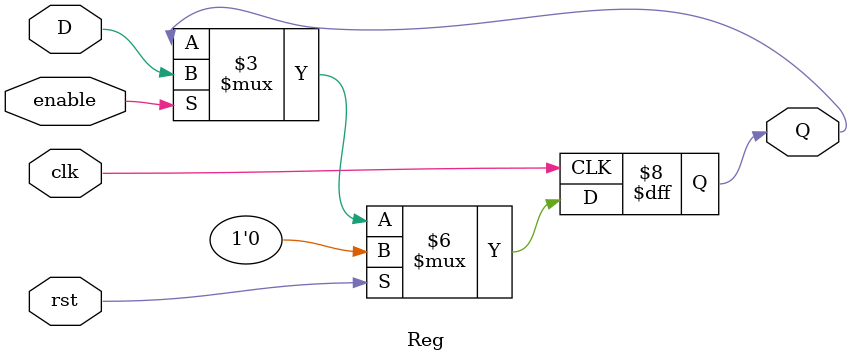
<source format=v>
module Reg#(parameter N = 1)(input [N-1:0]D, input clk, enable, rst, output reg [N-1 : 0] Q);
	initial begin
		Q <= 0;
	end

	always@(posedge clk)begin
		if(rst) Q <= 0;
		
		else if(enable) Q <= D;
	end
endmodule

</source>
